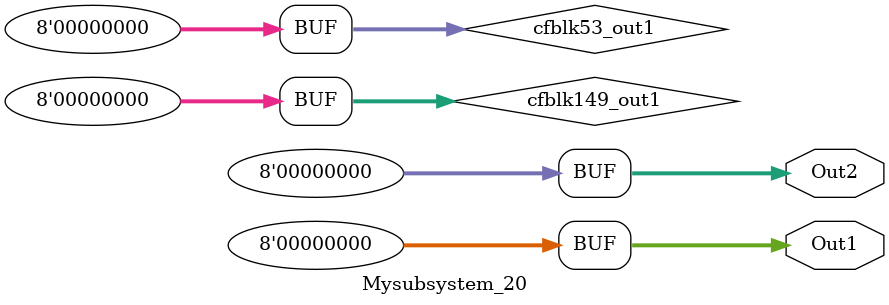
<source format=v>



`timescale 1 ns / 1 ns

module Mysubsystem_20
          (Out1,
           Out2);


  output  [7:0] Out1;  // uint8
  output  [7:0] Out2;  // uint8


  wire [7:0] cfblk149_out1;  // uint8
  wire [7:0] cfblk53_out1;  // uint8


  assign cfblk149_out1 = 8'b00000000;



  assign cfblk53_out1 = (cfblk149_out1 > 8'b00000000 ? 8'b00000001 :
              8'b00000000);



  assign Out1 = cfblk53_out1;

  assign Out2 = cfblk53_out1;

endmodule  // Mysubsystem_20


</source>
